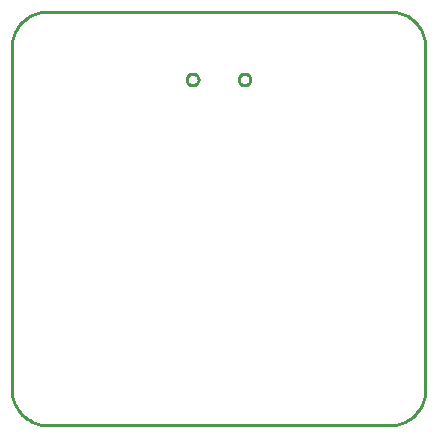
<source format=gbr>
G04 EAGLE Gerber RS-274X export*
G75*
%MOMM*%
%FSLAX34Y34*%
%LPD*%
%IN*%
%IPPOS*%
%AMOC8*
5,1,8,0,0,1.08239X$1,22.5*%
G01*
%ADD10C,0.254000*%


D10*
X0Y30000D02*
X0Y29998D01*
X114Y27383D01*
X456Y24789D01*
X1022Y22234D01*
X1810Y19738D01*
X2811Y17320D01*
X4020Y14999D01*
X5426Y12791D01*
X7019Y10715D01*
X8787Y8786D01*
X10717Y7018D01*
X12793Y5425D01*
X15000Y4019D01*
X17322Y2810D01*
X19740Y1809D01*
X22236Y1022D01*
X24791Y456D01*
X27385Y114D01*
X30000Y0D01*
X320000Y0D01*
X322615Y114D01*
X325209Y456D01*
X327765Y1022D01*
X330261Y1809D01*
X332679Y2811D01*
X335000Y4019D01*
X337207Y5425D01*
X339284Y7019D01*
X341213Y8787D01*
X342981Y10716D01*
X344575Y12793D01*
X345981Y15000D01*
X347189Y17321D01*
X348191Y19739D01*
X348978Y22235D01*
X349544Y24791D01*
X349886Y27385D01*
X350000Y30000D01*
X350000Y320002D01*
X349886Y322617D01*
X349544Y325211D01*
X348978Y327766D01*
X348191Y330262D01*
X347189Y332680D01*
X345980Y335001D01*
X344574Y337209D01*
X342981Y339285D01*
X341213Y341214D01*
X339283Y342982D01*
X337207Y344575D01*
X335000Y345981D01*
X332678Y347190D01*
X330260Y348191D01*
X327764Y348978D01*
X325209Y349544D01*
X322615Y349886D01*
X320000Y350000D01*
X30000Y350000D01*
X27385Y349886D01*
X24791Y349544D01*
X22235Y348978D01*
X19739Y348191D01*
X17321Y347189D01*
X15000Y345981D01*
X12793Y344575D01*
X10716Y342981D01*
X8787Y341213D01*
X7019Y339284D01*
X5425Y337207D01*
X4019Y335000D01*
X2811Y332679D01*
X1809Y330261D01*
X1022Y327765D01*
X456Y325209D01*
X114Y322615D01*
X0Y320000D01*
X0Y30000D01*
X192000Y292821D02*
X192063Y293379D01*
X192188Y293926D01*
X192373Y294456D01*
X192617Y294962D01*
X192916Y295438D01*
X193266Y295877D01*
X193663Y296274D01*
X194102Y296624D01*
X194578Y296923D01*
X195084Y297167D01*
X195614Y297352D01*
X196161Y297477D01*
X196719Y297540D01*
X197281Y297540D01*
X197839Y297477D01*
X198386Y297352D01*
X198916Y297167D01*
X199422Y296923D01*
X199898Y296624D01*
X200337Y296274D01*
X200734Y295877D01*
X201084Y295438D01*
X201383Y294962D01*
X201627Y294456D01*
X201812Y293926D01*
X201937Y293379D01*
X202000Y292821D01*
X202000Y292259D01*
X201937Y291701D01*
X201812Y291154D01*
X201627Y290624D01*
X201383Y290118D01*
X201084Y289642D01*
X200734Y289203D01*
X200337Y288806D01*
X199898Y288456D01*
X199422Y288157D01*
X198916Y287913D01*
X198386Y287728D01*
X197839Y287603D01*
X197281Y287540D01*
X196719Y287540D01*
X196161Y287603D01*
X195614Y287728D01*
X195084Y287913D01*
X194578Y288157D01*
X194102Y288456D01*
X193663Y288806D01*
X193266Y289203D01*
X192916Y289642D01*
X192617Y290118D01*
X192373Y290624D01*
X192188Y291154D01*
X192063Y291701D01*
X192000Y292259D01*
X192000Y292821D01*
X148000Y292821D02*
X148063Y293379D01*
X148188Y293926D01*
X148373Y294456D01*
X148617Y294962D01*
X148916Y295438D01*
X149266Y295877D01*
X149663Y296274D01*
X150102Y296624D01*
X150578Y296923D01*
X151084Y297167D01*
X151614Y297352D01*
X152161Y297477D01*
X152719Y297540D01*
X153281Y297540D01*
X153839Y297477D01*
X154386Y297352D01*
X154916Y297167D01*
X155422Y296923D01*
X155898Y296624D01*
X156337Y296274D01*
X156734Y295877D01*
X157084Y295438D01*
X157383Y294962D01*
X157627Y294456D01*
X157812Y293926D01*
X157937Y293379D01*
X158000Y292821D01*
X158000Y292259D01*
X157937Y291701D01*
X157812Y291154D01*
X157627Y290624D01*
X157383Y290118D01*
X157084Y289642D01*
X156734Y289203D01*
X156337Y288806D01*
X155898Y288456D01*
X155422Y288157D01*
X154916Y287913D01*
X154386Y287728D01*
X153839Y287603D01*
X153281Y287540D01*
X152719Y287540D01*
X152161Y287603D01*
X151614Y287728D01*
X151084Y287913D01*
X150578Y288157D01*
X150102Y288456D01*
X149663Y288806D01*
X149266Y289203D01*
X148916Y289642D01*
X148617Y290118D01*
X148373Y290624D01*
X148188Y291154D01*
X148063Y291701D01*
X148000Y292259D01*
X148000Y292821D01*
M02*

</source>
